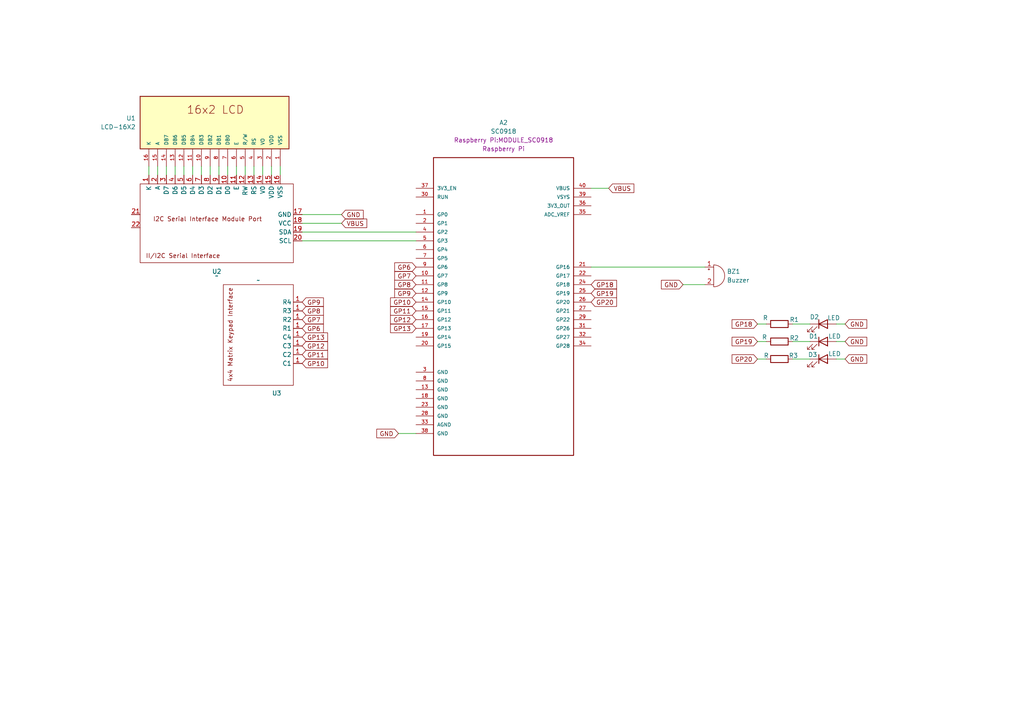
<source format=kicad_sch>
(kicad_sch
	(version 20250114)
	(generator "eeschema")
	(generator_version "9.0")
	(uuid "e3968317-906e-4c85-a987-07fad8170748")
	(paper "A4")
	(title_block
		(title "Morse Coder")
		(date "2025-05-13")
		(rev "v1")
		(company "Madalina Andronache")
	)
	(lib_symbols
		(symbol "Device:Buzzer"
			(pin_names
				(offset 0.0254)
				(hide yes)
			)
			(exclude_from_sim no)
			(in_bom yes)
			(on_board yes)
			(property "Reference" "BZ"
				(at 3.81 1.27 0)
				(effects
					(font
						(size 1.27 1.27)
					)
					(justify left)
				)
			)
			(property "Value" "Buzzer"
				(at 3.81 -1.27 0)
				(effects
					(font
						(size 1.27 1.27)
					)
					(justify left)
				)
			)
			(property "Footprint" ""
				(at -0.635 2.54 90)
				(effects
					(font
						(size 1.27 1.27)
					)
					(hide yes)
				)
			)
			(property "Datasheet" "~"
				(at -0.635 2.54 90)
				(effects
					(font
						(size 1.27 1.27)
					)
					(hide yes)
				)
			)
			(property "Description" "Buzzer, polarized"
				(at 0 0 0)
				(effects
					(font
						(size 1.27 1.27)
					)
					(hide yes)
				)
			)
			(property "ki_keywords" "quartz resonator ceramic"
				(at 0 0 0)
				(effects
					(font
						(size 1.27 1.27)
					)
					(hide yes)
				)
			)
			(property "ki_fp_filters" "*Buzzer*"
				(at 0 0 0)
				(effects
					(font
						(size 1.27 1.27)
					)
					(hide yes)
				)
			)
			(symbol "Buzzer_0_1"
				(polyline
					(pts
						(xy -1.651 1.905) (xy -1.143 1.905)
					)
					(stroke
						(width 0)
						(type default)
					)
					(fill
						(type none)
					)
				)
				(polyline
					(pts
						(xy -1.397 2.159) (xy -1.397 1.651)
					)
					(stroke
						(width 0)
						(type default)
					)
					(fill
						(type none)
					)
				)
				(arc
					(start 0 3.175)
					(mid 3.1612 0)
					(end 0 -3.175)
					(stroke
						(width 0)
						(type default)
					)
					(fill
						(type none)
					)
				)
				(polyline
					(pts
						(xy 0 3.175) (xy 0 -3.175)
					)
					(stroke
						(width 0)
						(type default)
					)
					(fill
						(type none)
					)
				)
			)
			(symbol "Buzzer_1_1"
				(pin passive line
					(at -2.54 2.54 0)
					(length 2.54)
					(name "+"
						(effects
							(font
								(size 1.27 1.27)
							)
						)
					)
					(number "1"
						(effects
							(font
								(size 1.27 1.27)
							)
						)
					)
				)
				(pin passive line
					(at -2.54 -2.54 0)
					(length 2.54)
					(name "-"
						(effects
							(font
								(size 1.27 1.27)
							)
						)
					)
					(number "2"
						(effects
							(font
								(size 1.27 1.27)
							)
						)
					)
				)
			)
			(embedded_fonts no)
		)
		(symbol "Device:LED"
			(pin_numbers
				(hide yes)
			)
			(pin_names
				(offset 1.016)
				(hide yes)
			)
			(exclude_from_sim no)
			(in_bom yes)
			(on_board yes)
			(property "Reference" "D"
				(at 0 2.54 0)
				(effects
					(font
						(size 1.27 1.27)
					)
				)
			)
			(property "Value" "LED"
				(at 0 -2.54 0)
				(effects
					(font
						(size 1.27 1.27)
					)
				)
			)
			(property "Footprint" ""
				(at 0 0 0)
				(effects
					(font
						(size 1.27 1.27)
					)
					(hide yes)
				)
			)
			(property "Datasheet" "~"
				(at 0 0 0)
				(effects
					(font
						(size 1.27 1.27)
					)
					(hide yes)
				)
			)
			(property "Description" "Light emitting diode"
				(at 0 0 0)
				(effects
					(font
						(size 1.27 1.27)
					)
					(hide yes)
				)
			)
			(property "Sim.Pins" "1=K 2=A"
				(at 0 0 0)
				(effects
					(font
						(size 1.27 1.27)
					)
					(hide yes)
				)
			)
			(property "ki_keywords" "LED diode"
				(at 0 0 0)
				(effects
					(font
						(size 1.27 1.27)
					)
					(hide yes)
				)
			)
			(property "ki_fp_filters" "LED* LED_SMD:* LED_THT:*"
				(at 0 0 0)
				(effects
					(font
						(size 1.27 1.27)
					)
					(hide yes)
				)
			)
			(symbol "LED_0_1"
				(polyline
					(pts
						(xy -3.048 -0.762) (xy -4.572 -2.286) (xy -3.81 -2.286) (xy -4.572 -2.286) (xy -4.572 -1.524)
					)
					(stroke
						(width 0)
						(type default)
					)
					(fill
						(type none)
					)
				)
				(polyline
					(pts
						(xy -1.778 -0.762) (xy -3.302 -2.286) (xy -2.54 -2.286) (xy -3.302 -2.286) (xy -3.302 -1.524)
					)
					(stroke
						(width 0)
						(type default)
					)
					(fill
						(type none)
					)
				)
				(polyline
					(pts
						(xy -1.27 0) (xy 1.27 0)
					)
					(stroke
						(width 0)
						(type default)
					)
					(fill
						(type none)
					)
				)
				(polyline
					(pts
						(xy -1.27 -1.27) (xy -1.27 1.27)
					)
					(stroke
						(width 0.254)
						(type default)
					)
					(fill
						(type none)
					)
				)
				(polyline
					(pts
						(xy 1.27 -1.27) (xy 1.27 1.27) (xy -1.27 0) (xy 1.27 -1.27)
					)
					(stroke
						(width 0.254)
						(type default)
					)
					(fill
						(type none)
					)
				)
			)
			(symbol "LED_1_1"
				(pin passive line
					(at -3.81 0 0)
					(length 2.54)
					(name "K"
						(effects
							(font
								(size 1.27 1.27)
							)
						)
					)
					(number "1"
						(effects
							(font
								(size 1.27 1.27)
							)
						)
					)
				)
				(pin passive line
					(at 3.81 0 180)
					(length 2.54)
					(name "A"
						(effects
							(font
								(size 1.27 1.27)
							)
						)
					)
					(number "2"
						(effects
							(font
								(size 1.27 1.27)
							)
						)
					)
				)
			)
			(embedded_fonts no)
		)
		(symbol "Device:R"
			(pin_numbers
				(hide yes)
			)
			(pin_names
				(offset 0)
			)
			(exclude_from_sim no)
			(in_bom yes)
			(on_board yes)
			(property "Reference" "R"
				(at 2.032 0 90)
				(effects
					(font
						(size 1.27 1.27)
					)
				)
			)
			(property "Value" "R"
				(at 0 0 90)
				(effects
					(font
						(size 1.27 1.27)
					)
				)
			)
			(property "Footprint" ""
				(at -1.778 0 90)
				(effects
					(font
						(size 1.27 1.27)
					)
					(hide yes)
				)
			)
			(property "Datasheet" "~"
				(at 0 0 0)
				(effects
					(font
						(size 1.27 1.27)
					)
					(hide yes)
				)
			)
			(property "Description" "Resistor"
				(at 0 0 0)
				(effects
					(font
						(size 1.27 1.27)
					)
					(hide yes)
				)
			)
			(property "ki_keywords" "R res resistor"
				(at 0 0 0)
				(effects
					(font
						(size 1.27 1.27)
					)
					(hide yes)
				)
			)
			(property "ki_fp_filters" "R_*"
				(at 0 0 0)
				(effects
					(font
						(size 1.27 1.27)
					)
					(hide yes)
				)
			)
			(symbol "R_0_1"
				(rectangle
					(start -1.016 -2.54)
					(end 1.016 2.54)
					(stroke
						(width 0.254)
						(type default)
					)
					(fill
						(type none)
					)
				)
			)
			(symbol "R_1_1"
				(pin passive line
					(at 0 3.81 270)
					(length 1.27)
					(name "~"
						(effects
							(font
								(size 1.27 1.27)
							)
						)
					)
					(number "1"
						(effects
							(font
								(size 1.27 1.27)
							)
						)
					)
				)
				(pin passive line
					(at 0 -3.81 90)
					(length 1.27)
					(name "~"
						(effects
							(font
								(size 1.27 1.27)
							)
						)
					)
					(number "2"
						(effects
							(font
								(size 1.27 1.27)
							)
						)
					)
				)
			)
			(embedded_fonts no)
		)
		(symbol "LCD_1602:LCD-16X2"
			(pin_names
				(offset 1.016)
			)
			(exclude_from_sim no)
			(in_bom yes)
			(on_board yes)
			(property "Reference" "U"
				(at -7.62 23.368 0)
				(effects
					(font
						(size 1.27 1.27)
					)
					(justify left bottom)
				)
			)
			(property "Value" "LCD-16X2"
				(at -7.62 -22.86 0)
				(effects
					(font
						(size 1.27 1.27)
					)
					(justify left bottom)
				)
			)
			(property "Footprint" "LCD-16X2:MODULE_LCD-16X2"
				(at 0 0 0)
				(effects
					(font
						(size 1.27 1.27)
					)
					(justify bottom)
					(hide yes)
				)
			)
			(property "Datasheet" ""
				(at 0 0 0)
				(effects
					(font
						(size 1.27 1.27)
					)
					(hide yes)
				)
			)
			(property "Description" ""
				(at 0 0 0)
				(effects
					(font
						(size 1.27 1.27)
					)
					(hide yes)
				)
			)
			(property "MF" "Gravitech"
				(at 0 0 0)
				(effects
					(font
						(size 1.27 1.27)
					)
					(justify bottom)
					(hide yes)
				)
			)
			(property "MAXIMUM_PACKAGE_HEIGHT" "14 mm"
				(at 0 0 0)
				(effects
					(font
						(size 1.27 1.27)
					)
					(justify bottom)
					(hide yes)
				)
			)
			(property "Package" "None"
				(at 0 0 0)
				(effects
					(font
						(size 1.27 1.27)
					)
					(justify bottom)
					(hide yes)
				)
			)
			(property "Price" "None"
				(at 0 0 0)
				(effects
					(font
						(size 1.27 1.27)
					)
					(justify bottom)
					(hide yes)
				)
			)
			(property "Check_prices" "https://www.snapeda.com/parts/LCD-16X2/Gravitech/view-part/?ref=eda"
				(at 0 0 0)
				(effects
					(font
						(size 1.27 1.27)
					)
					(justify bottom)
					(hide yes)
				)
			)
			(property "STANDARD" "Manufacturer Recommendations"
				(at 0 0 0)
				(effects
					(font
						(size 1.27 1.27)
					)
					(justify bottom)
					(hide yes)
				)
			)
			(property "PARTREV" "N/A"
				(at 0 0 0)
				(effects
					(font
						(size 1.27 1.27)
					)
					(justify bottom)
					(hide yes)
				)
			)
			(property "SnapEDA_Link" "https://www.snapeda.com/parts/LCD-16X2/Gravitech/view-part/?ref=snap"
				(at 0 0 0)
				(effects
					(font
						(size 1.27 1.27)
					)
					(justify bottom)
					(hide yes)
				)
			)
			(property "MP" "LCD-16X2"
				(at 0 0 0)
				(effects
					(font
						(size 1.27 1.27)
					)
					(justify bottom)
					(hide yes)
				)
			)
			(property "Description_1" "Display Development Tools 16x2 Black on Green Char LCD w Backlight"
				(at 0 0 0)
				(effects
					(font
						(size 1.27 1.27)
					)
					(justify bottom)
					(hide yes)
				)
			)
			(property "Availability" "Not in stock"
				(at 0 0 0)
				(effects
					(font
						(size 1.27 1.27)
					)
					(justify bottom)
					(hide yes)
				)
			)
			(property "MANUFACTURER" "Gravitech"
				(at 0 0 0)
				(effects
					(font
						(size 1.27 1.27)
					)
					(justify bottom)
					(hide yes)
				)
			)
			(symbol "LCD-16X2_0_0"
				(rectangle
					(start -7.62 -20.32)
					(end 7.62 22.86)
					(stroke
						(width 0.254)
						(type default)
					)
					(fill
						(type background)
					)
				)
				(text "16x2 LCD"
					(at 5.08 -6.858 900)
					(effects
						(font
							(size 2.286 2.286)
						)
						(justify left bottom)
					)
				)
				(pin power_in line
					(at -12.7 20.32 0)
					(length 5.08)
					(name "VSS"
						(effects
							(font
								(size 1.016 1.016)
							)
						)
					)
					(number "1"
						(effects
							(font
								(size 1.016 1.016)
							)
						)
					)
				)
				(pin power_in line
					(at -12.7 17.78 0)
					(length 5.08)
					(name "VDD"
						(effects
							(font
								(size 1.016 1.016)
							)
						)
					)
					(number "2"
						(effects
							(font
								(size 1.016 1.016)
							)
						)
					)
				)
				(pin bidirectional line
					(at -12.7 15.24 0)
					(length 5.08)
					(name "VO"
						(effects
							(font
								(size 1.016 1.016)
							)
						)
					)
					(number "3"
						(effects
							(font
								(size 1.016 1.016)
							)
						)
					)
				)
				(pin input line
					(at -12.7 12.7 0)
					(length 5.08)
					(name "RS"
						(effects
							(font
								(size 1.016 1.016)
							)
						)
					)
					(number "4"
						(effects
							(font
								(size 1.016 1.016)
							)
						)
					)
				)
				(pin input line
					(at -12.7 10.16 0)
					(length 5.08)
					(name "R/W"
						(effects
							(font
								(size 1.016 1.016)
							)
						)
					)
					(number "5"
						(effects
							(font
								(size 1.016 1.016)
							)
						)
					)
				)
				(pin input line
					(at -12.7 7.62 0)
					(length 5.08)
					(name "E"
						(effects
							(font
								(size 1.016 1.016)
							)
						)
					)
					(number "6"
						(effects
							(font
								(size 1.016 1.016)
							)
						)
					)
				)
				(pin bidirectional line
					(at -12.7 5.08 0)
					(length 5.08)
					(name "DB0"
						(effects
							(font
								(size 1.016 1.016)
							)
						)
					)
					(number "7"
						(effects
							(font
								(size 1.016 1.016)
							)
						)
					)
				)
				(pin bidirectional line
					(at -12.7 2.54 0)
					(length 5.08)
					(name "DB1"
						(effects
							(font
								(size 1.016 1.016)
							)
						)
					)
					(number "8"
						(effects
							(font
								(size 1.016 1.016)
							)
						)
					)
				)
				(pin bidirectional line
					(at -12.7 0 0)
					(length 5.08)
					(name "DB2"
						(effects
							(font
								(size 1.016 1.016)
							)
						)
					)
					(number "9"
						(effects
							(font
								(size 1.016 1.016)
							)
						)
					)
				)
				(pin bidirectional line
					(at -12.7 -2.54 0)
					(length 5.08)
					(name "DB3"
						(effects
							(font
								(size 1.016 1.016)
							)
						)
					)
					(number "10"
						(effects
							(font
								(size 1.016 1.016)
							)
						)
					)
				)
				(pin bidirectional line
					(at -12.7 -5.08 0)
					(length 5.08)
					(name "DB4"
						(effects
							(font
								(size 1.016 1.016)
							)
						)
					)
					(number "11"
						(effects
							(font
								(size 1.016 1.016)
							)
						)
					)
				)
				(pin bidirectional line
					(at -12.7 -7.62 0)
					(length 5.08)
					(name "DB5"
						(effects
							(font
								(size 1.016 1.016)
							)
						)
					)
					(number "12"
						(effects
							(font
								(size 1.016 1.016)
							)
						)
					)
				)
				(pin bidirectional line
					(at -12.7 -10.16 0)
					(length 5.08)
					(name "DB6"
						(effects
							(font
								(size 1.016 1.016)
							)
						)
					)
					(number "13"
						(effects
							(font
								(size 1.016 1.016)
							)
						)
					)
				)
				(pin bidirectional line
					(at -12.7 -12.7 0)
					(length 5.08)
					(name "DB7"
						(effects
							(font
								(size 1.016 1.016)
							)
						)
					)
					(number "14"
						(effects
							(font
								(size 1.016 1.016)
							)
						)
					)
				)
				(pin power_in line
					(at -12.7 -15.24 0)
					(length 5.08)
					(name "A"
						(effects
							(font
								(size 1.016 1.016)
							)
						)
					)
					(number "15"
						(effects
							(font
								(size 1.016 1.016)
							)
						)
					)
				)
				(pin power_in line
					(at -12.7 -17.78 0)
					(length 5.08)
					(name "K"
						(effects
							(font
								(size 1.016 1.016)
							)
						)
					)
					(number "16"
						(effects
							(font
								(size 1.016 1.016)
							)
						)
					)
				)
			)
			(embedded_fonts no)
		)
		(symbol "Pico_W:I2C_Module"
			(exclude_from_sim no)
			(in_bom yes)
			(on_board yes)
			(property "Reference" "U4"
				(at 9.906 -23.622 0)
				(effects
					(font
						(size 1.27 1.27)
					)
				)
			)
			(property "Value" ""
				(at 0 0 0)
				(effects
					(font
						(size 1.27 1.27)
					)
				)
			)
			(property "Footprint" ""
				(at 0 0 0)
				(effects
					(font
						(size 1.27 1.27)
					)
					(hide yes)
				)
			)
			(property "Datasheet" ""
				(at 0 0 0)
				(effects
					(font
						(size 1.27 1.27)
					)
					(hide yes)
				)
			)
			(property "Description" ""
				(at 0 0 0)
				(effects
					(font
						(size 1.27 1.27)
					)
					(hide yes)
				)
			)
			(symbol "I2C_Module_0_1"
				(rectangle
					(start -10.16 22.86)
					(end 12.7 -21.59)
					(stroke
						(width 0)
						(type default)
					)
					(fill
						(type none)
					)
				)
			)
			(symbol "I2C_Module_1_1"
				(text "I2C Serial Interface Module Port\n"
					(at 0 -2.032 900)
					(effects
						(font
							(size 1.27 1.27)
						)
					)
				)
				(text "II/I2C Serial Interface"
					(at 10.668 -9.144 900)
					(effects
						(font
							(size 1.27 1.27)
						)
					)
				)
				(pin power_in line
					(at -12.7 19.05 0)
					(length 2.54)
					(name "VSS"
						(effects
							(font
								(size 1.27 1.27)
							)
						)
					)
					(number "16"
						(effects
							(font
								(size 1.27 1.27)
							)
						)
					)
				)
				(pin power_in line
					(at -12.7 16.51 0)
					(length 2.54)
					(name "VDD"
						(effects
							(font
								(size 1.27 1.27)
							)
						)
					)
					(number "15"
						(effects
							(font
								(size 1.27 1.27)
							)
						)
					)
				)
				(pin passive line
					(at -12.7 13.97 0)
					(length 2.54)
					(name "V0"
						(effects
							(font
								(size 1.27 1.27)
							)
						)
					)
					(number "14"
						(effects
							(font
								(size 1.27 1.27)
							)
						)
					)
				)
				(pin input line
					(at -12.7 11.43 0)
					(length 2.54)
					(name "RS"
						(effects
							(font
								(size 1.27 1.27)
							)
						)
					)
					(number "13"
						(effects
							(font
								(size 1.27 1.27)
							)
						)
					)
				)
				(pin input line
					(at -12.7 8.89 0)
					(length 2.54)
					(name "RW"
						(effects
							(font
								(size 1.27 1.27)
							)
						)
					)
					(number "12"
						(effects
							(font
								(size 1.27 1.27)
							)
						)
					)
				)
				(pin input line
					(at -12.7 6.35 0)
					(length 2.54)
					(name "E"
						(effects
							(font
								(size 1.27 1.27)
							)
						)
					)
					(number "11"
						(effects
							(font
								(size 1.27 1.27)
							)
						)
					)
				)
				(pin input line
					(at -12.7 3.81 0)
					(length 2.54)
					(name "D0"
						(effects
							(font
								(size 1.27 1.27)
							)
						)
					)
					(number "10"
						(effects
							(font
								(size 1.27 1.27)
							)
						)
					)
				)
				(pin input line
					(at -12.7 1.27 0)
					(length 2.54)
					(name "D1"
						(effects
							(font
								(size 1.27 1.27)
							)
						)
					)
					(number "9"
						(effects
							(font
								(size 1.27 1.27)
							)
						)
					)
				)
				(pin input line
					(at -12.7 -1.27 0)
					(length 2.54)
					(name "D2"
						(effects
							(font
								(size 1.27 1.27)
							)
						)
					)
					(number "8"
						(effects
							(font
								(size 1.27 1.27)
							)
						)
					)
				)
				(pin input line
					(at -12.7 -3.81 0)
					(length 2.54)
					(name "D3"
						(effects
							(font
								(size 1.27 1.27)
							)
						)
					)
					(number "7"
						(effects
							(font
								(size 1.27 1.27)
							)
						)
					)
				)
				(pin input line
					(at -12.7 -6.35 0)
					(length 2.54)
					(name "D4"
						(effects
							(font
								(size 1.27 1.27)
							)
						)
					)
					(number "6"
						(effects
							(font
								(size 1.27 1.27)
							)
						)
					)
				)
				(pin input line
					(at -12.7 -8.89 0)
					(length 2.54)
					(name "D5"
						(effects
							(font
								(size 1.27 1.27)
							)
						)
					)
					(number "5"
						(effects
							(font
								(size 1.27 1.27)
							)
						)
					)
				)
				(pin input line
					(at -12.7 -11.43 0)
					(length 2.54)
					(name "D6"
						(effects
							(font
								(size 1.27 1.27)
							)
						)
					)
					(number "4"
						(effects
							(font
								(size 1.27 1.27)
							)
						)
					)
				)
				(pin input line
					(at -12.7 -13.97 0)
					(length 2.54)
					(name "D7"
						(effects
							(font
								(size 1.27 1.27)
							)
						)
					)
					(number "3"
						(effects
							(font
								(size 1.27 1.27)
							)
						)
					)
				)
				(pin power_in line
					(at -12.7 -16.51 0)
					(length 2.54)
					(name "A"
						(effects
							(font
								(size 1.27 1.27)
							)
						)
					)
					(number "2"
						(effects
							(font
								(size 1.27 1.27)
							)
						)
					)
				)
				(pin power_in line
					(at -12.7 -19.05 0)
					(length 2.54)
					(name "K"
						(effects
							(font
								(size 1.27 1.27)
							)
						)
					)
					(number "1"
						(effects
							(font
								(size 1.27 1.27)
							)
						)
					)
				)
				(pin power_in line
					(at -1.27 25.4 270)
					(length 2.54)
					(name "GND"
						(effects
							(font
								(size 1.27 1.27)
							)
						)
					)
					(number "17"
						(effects
							(font
								(size 1.27 1.27)
							)
						)
					)
				)
				(pin input line
					(at -1.27 -24.13 90)
					(length 2.54)
					(name ""
						(effects
							(font
								(size 1.27 1.27)
							)
						)
					)
					(number "21"
						(effects
							(font
								(size 1.27 1.27)
							)
						)
					)
				)
				(pin power_in line
					(at 1.27 25.4 270)
					(length 2.54)
					(name "VCC"
						(effects
							(font
								(size 1.27 1.27)
							)
						)
					)
					(number "18"
						(effects
							(font
								(size 1.27 1.27)
							)
						)
					)
				)
				(pin input line
					(at 2.54 -24.13 90)
					(length 2.54)
					(name ""
						(effects
							(font
								(size 1.27 1.27)
							)
						)
					)
					(number "22"
						(effects
							(font
								(size 1.27 1.27)
							)
						)
					)
				)
				(pin bidirectional line
					(at 3.81 25.4 270)
					(length 2.54)
					(name "SDA"
						(effects
							(font
								(size 1.27 1.27)
							)
						)
					)
					(number "19"
						(effects
							(font
								(size 1.27 1.27)
							)
						)
					)
				)
				(pin bidirectional line
					(at 6.35 25.4 270)
					(length 2.54)
					(name "SCL"
						(effects
							(font
								(size 1.27 1.27)
							)
						)
					)
					(number "20"
						(effects
							(font
								(size 1.27 1.27)
							)
						)
					)
				)
			)
			(embedded_fonts no)
		)
		(symbol "Pico_W:Keypad_4x4"
			(exclude_from_sim no)
			(in_bom yes)
			(on_board yes)
			(property "Reference" "U"
				(at 4.064 -10.668 0)
				(effects
					(font
						(size 1.27 1.27)
					)
				)
			)
			(property "Value" ""
				(at 0 0 0)
				(effects
					(font
						(size 1.27 1.27)
					)
				)
			)
			(property "Footprint" ""
				(at 0 0 0)
				(effects
					(font
						(size 1.27 1.27)
					)
					(hide yes)
				)
			)
			(property "Datasheet" ""
				(at 0 0 0)
				(effects
					(font
						(size 1.27 1.27)
					)
					(hide yes)
				)
			)
			(property "Description" ""
				(at 0 0 0)
				(effects
					(font
						(size 1.27 1.27)
					)
					(hide yes)
				)
			)
			(symbol "Keypad_4x4_0_1"
				(rectangle
					(start -15.24 20.32)
					(end 5.08 -8.89)
					(stroke
						(width 0)
						(type default)
					)
					(fill
						(type none)
					)
				)
			)
			(symbol "Keypad_4x4_1_1"
				(text "4x4 Matrix Keypad Interface"
					(at -13.208 5.842 900)
					(effects
						(font
							(size 1.27 1.27)
						)
					)
				)
				(pin input line
					(at 7.62 15.24 180)
					(length 2.54)
					(name "R4"
						(effects
							(font
								(size 1.27 1.27)
							)
						)
					)
					(number "1"
						(effects
							(font
								(size 1.27 1.27)
							)
						)
					)
				)
				(pin input line
					(at 7.62 12.7 180)
					(length 2.54)
					(name "R3"
						(effects
							(font
								(size 1.27 1.27)
							)
						)
					)
					(number "1"
						(effects
							(font
								(size 1.27 1.27)
							)
						)
					)
				)
				(pin input line
					(at 7.62 10.16 180)
					(length 2.54)
					(name "R2"
						(effects
							(font
								(size 1.27 1.27)
							)
						)
					)
					(number "1"
						(effects
							(font
								(size 1.27 1.27)
							)
						)
					)
				)
				(pin input line
					(at 7.62 7.62 180)
					(length 2.54)
					(name "R1"
						(effects
							(font
								(size 1.27 1.27)
							)
						)
					)
					(number "1"
						(effects
							(font
								(size 1.27 1.27)
							)
						)
					)
				)
				(pin input line
					(at 7.62 5.08 180)
					(length 2.54)
					(name "C4"
						(effects
							(font
								(size 1.27 1.27)
							)
						)
					)
					(number "1"
						(effects
							(font
								(size 1.27 1.27)
							)
						)
					)
				)
				(pin input line
					(at 7.62 2.54 180)
					(length 2.54)
					(name "C3"
						(effects
							(font
								(size 1.27 1.27)
							)
						)
					)
					(number "1"
						(effects
							(font
								(size 1.27 1.27)
							)
						)
					)
				)
				(pin input line
					(at 7.62 0 180)
					(length 2.54)
					(name "C2"
						(effects
							(font
								(size 1.27 1.27)
							)
						)
					)
					(number "1"
						(effects
							(font
								(size 1.27 1.27)
							)
						)
					)
				)
				(pin input line
					(at 7.62 -2.54 180)
					(length 2.54)
					(name "C1"
						(effects
							(font
								(size 1.27 1.27)
							)
						)
					)
					(number "1"
						(effects
							(font
								(size 1.27 1.27)
							)
						)
					)
				)
			)
			(embedded_fonts no)
		)
		(symbol "Pico_W:SC0918"
			(pin_names
				(offset 1.016)
			)
			(exclude_from_sim no)
			(in_bom yes)
			(on_board yes)
			(property "Reference" "A1"
				(at 0 58.42 0)
				(effects
					(font
						(size 1.27 1.27)
					)
				)
			)
			(property "Value" "SC0918"
				(at 0 55.88 0)
				(effects
					(font
						(size 1.27 1.27)
					)
				)
			)
			(property "Footprint" "Raspberry Pi:MODULE_SC0918"
				(at -12.7 -46.99 0)
				(effects
					(font
						(size 1.27 1.27)
					)
					(justify bottom)
				)
			)
			(property "Datasheet" "https://datasheets.raspberrypi.com/picow/pico-w-datasheet.pdf"
				(at -26.67 -49.53 0)
				(effects
					(font
						(size 1.27 1.27)
					)
					(justify left bottom)
					(hide yes)
				)
			)
			(property "Description" ""
				(at 0 0 0)
				(effects
					(font
						(size 1.27 1.27)
					)
					(hide yes)
				)
			)
			(property "manufacturer" "Raspberry Pi"
				(at 0 53.34 0)
				(effects
					(font
						(size 1.27 1.27)
					)
				)
			)
			(property "P/N" "SC0918"
				(at 0 50.8 0)
				(effects
					(font
						(size 1.27 1.27)
					)
					(hide yes)
				)
			)
			(property "PARTREV" "1.6"
				(at 0 48.26 0)
				(effects
					(font
						(size 1.27 1.27)
					)
					(hide yes)
				)
			)
			(property "MAXIMUM_PACKAGE_HEIGHT" "3.73mm"
				(at 0 45.72 0)
				(effects
					(font
						(size 1.27 1.27)
					)
					(hide yes)
				)
			)
			(symbol "SC0918_0_0"
				(rectangle
					(start -20.32 -43.18)
					(end 20.32 43.18)
					(stroke
						(width 0.254)
						(type default)
					)
					(fill
						(type none)
					)
				)
				(pin input line
					(at -25.4 34.29 0)
					(length 5.08)
					(name "3V3_EN"
						(effects
							(font
								(size 1.016 1.016)
							)
						)
					)
					(number "37"
						(effects
							(font
								(size 1.016 1.016)
							)
						)
					)
				)
				(pin input line
					(at -25.4 31.75 0)
					(length 5.08)
					(name "RUN"
						(effects
							(font
								(size 1.016 1.016)
							)
						)
					)
					(number "30"
						(effects
							(font
								(size 1.016 1.016)
							)
						)
					)
				)
				(pin bidirectional line
					(at -25.4 26.67 0)
					(length 5.08)
					(name "GP0"
						(effects
							(font
								(size 1.016 1.016)
							)
						)
					)
					(number "1"
						(effects
							(font
								(size 1.016 1.016)
							)
						)
					)
				)
				(pin bidirectional line
					(at -25.4 24.13 0)
					(length 5.08)
					(name "GP1"
						(effects
							(font
								(size 1.016 1.016)
							)
						)
					)
					(number "2"
						(effects
							(font
								(size 1.016 1.016)
							)
						)
					)
				)
				(pin bidirectional line
					(at -25.4 21.59 0)
					(length 5.08)
					(name "GP2"
						(effects
							(font
								(size 1.016 1.016)
							)
						)
					)
					(number "4"
						(effects
							(font
								(size 1.016 1.016)
							)
						)
					)
				)
				(pin bidirectional line
					(at -25.4 19.05 0)
					(length 5.08)
					(name "GP3"
						(effects
							(font
								(size 1.016 1.016)
							)
						)
					)
					(number "5"
						(effects
							(font
								(size 1.016 1.016)
							)
						)
					)
				)
				(pin bidirectional line
					(at -25.4 16.51 0)
					(length 5.08)
					(name "GP4"
						(effects
							(font
								(size 1.016 1.016)
							)
						)
					)
					(number "6"
						(effects
							(font
								(size 1.016 1.016)
							)
						)
					)
				)
				(pin bidirectional line
					(at -25.4 13.97 0)
					(length 5.08)
					(name "GP5"
						(effects
							(font
								(size 1.016 1.016)
							)
						)
					)
					(number "7"
						(effects
							(font
								(size 1.016 1.016)
							)
						)
					)
				)
				(pin bidirectional line
					(at -25.4 11.43 0)
					(length 5.08)
					(name "GP6"
						(effects
							(font
								(size 1.016 1.016)
							)
						)
					)
					(number "9"
						(effects
							(font
								(size 1.016 1.016)
							)
						)
					)
				)
				(pin bidirectional line
					(at -25.4 8.89 0)
					(length 5.08)
					(name "GP7"
						(effects
							(font
								(size 1.016 1.016)
							)
						)
					)
					(number "10"
						(effects
							(font
								(size 1.016 1.016)
							)
						)
					)
				)
				(pin bidirectional line
					(at -25.4 6.35 0)
					(length 5.08)
					(name "GP8"
						(effects
							(font
								(size 1.016 1.016)
							)
						)
					)
					(number "11"
						(effects
							(font
								(size 1.016 1.016)
							)
						)
					)
				)
				(pin bidirectional line
					(at -25.4 3.81 0)
					(length 5.08)
					(name "GP9"
						(effects
							(font
								(size 1.016 1.016)
							)
						)
					)
					(number "12"
						(effects
							(font
								(size 1.016 1.016)
							)
						)
					)
				)
				(pin bidirectional line
					(at -25.4 1.27 0)
					(length 5.08)
					(name "GP10"
						(effects
							(font
								(size 1.016 1.016)
							)
						)
					)
					(number "14"
						(effects
							(font
								(size 1.016 1.016)
							)
						)
					)
				)
				(pin bidirectional line
					(at -25.4 -1.27 0)
					(length 5.08)
					(name "GP11"
						(effects
							(font
								(size 1.016 1.016)
							)
						)
					)
					(number "15"
						(effects
							(font
								(size 1.016 1.016)
							)
						)
					)
				)
				(pin bidirectional line
					(at -25.4 -3.81 0)
					(length 5.08)
					(name "GP12"
						(effects
							(font
								(size 1.016 1.016)
							)
						)
					)
					(number "16"
						(effects
							(font
								(size 1.016 1.016)
							)
						)
					)
				)
				(pin bidirectional line
					(at -25.4 -6.35 0)
					(length 5.08)
					(name "GP13"
						(effects
							(font
								(size 1.016 1.016)
							)
						)
					)
					(number "17"
						(effects
							(font
								(size 1.016 1.016)
							)
						)
					)
				)
				(pin bidirectional line
					(at -25.4 -8.89 0)
					(length 5.08)
					(name "GP14"
						(effects
							(font
								(size 1.016 1.016)
							)
						)
					)
					(number "19"
						(effects
							(font
								(size 1.016 1.016)
							)
						)
					)
				)
				(pin bidirectional line
					(at -25.4 -11.43 0)
					(length 5.08)
					(name "GP15"
						(effects
							(font
								(size 1.016 1.016)
							)
						)
					)
					(number "20"
						(effects
							(font
								(size 1.016 1.016)
							)
						)
					)
				)
				(pin power_in line
					(at -25.4 -19.05 0)
					(length 5.08)
					(name "GND"
						(effects
							(font
								(size 1.016 1.016)
							)
						)
					)
					(number "3"
						(effects
							(font
								(size 1.016 1.016)
							)
						)
					)
				)
				(pin power_in line
					(at -25.4 -21.59 0)
					(length 5.08)
					(name "GND"
						(effects
							(font
								(size 1.016 1.016)
							)
						)
					)
					(number "8"
						(effects
							(font
								(size 1.016 1.016)
							)
						)
					)
				)
				(pin power_in line
					(at -25.4 -24.13 0)
					(length 5.08)
					(name "GND"
						(effects
							(font
								(size 1.016 1.016)
							)
						)
					)
					(number "13"
						(effects
							(font
								(size 1.016 1.016)
							)
						)
					)
				)
				(pin power_in line
					(at -25.4 -26.67 0)
					(length 5.08)
					(name "GND"
						(effects
							(font
								(size 1.016 1.016)
							)
						)
					)
					(number "18"
						(effects
							(font
								(size 1.016 1.016)
							)
						)
					)
				)
				(pin power_in line
					(at -25.4 -29.21 0)
					(length 5.08)
					(name "GND"
						(effects
							(font
								(size 1.016 1.016)
							)
						)
					)
					(number "23"
						(effects
							(font
								(size 1.016 1.016)
							)
						)
					)
				)
				(pin power_in line
					(at -25.4 -31.75 0)
					(length 5.08)
					(name "GND"
						(effects
							(font
								(size 1.016 1.016)
							)
						)
					)
					(number "28"
						(effects
							(font
								(size 1.016 1.016)
							)
						)
					)
				)
				(pin power_in line
					(at -25.4 -34.29 0)
					(length 5.08)
					(name "AGND"
						(effects
							(font
								(size 1.016 1.016)
							)
						)
					)
					(number "33"
						(effects
							(font
								(size 1.016 1.016)
							)
						)
					)
				)
				(pin power_in line
					(at -25.4 -36.83 0)
					(length 5.08)
					(name "GND"
						(effects
							(font
								(size 1.016 1.016)
							)
						)
					)
					(number "38"
						(effects
							(font
								(size 1.016 1.016)
							)
						)
					)
				)
				(pin free line
					(at 25.4 34.29 180)
					(length 5.08)
					(name "VBUS"
						(effects
							(font
								(size 1.016 1.016)
							)
						)
					)
					(number "40"
						(effects
							(font
								(size 1.016 1.016)
							)
						)
					)
				)
				(pin free line
					(at 25.4 31.75 180)
					(length 5.08)
					(name "VSYS"
						(effects
							(font
								(size 1.016 1.016)
							)
						)
					)
					(number "39"
						(effects
							(font
								(size 1.016 1.016)
							)
						)
					)
				)
				(pin power_in line
					(at 25.4 29.21 180)
					(length 5.08)
					(name "3V3_OUT"
						(effects
							(font
								(size 1.016 1.016)
							)
						)
					)
					(number "36"
						(effects
							(font
								(size 1.016 1.016)
							)
						)
					)
				)
				(pin power_in line
					(at 25.4 26.67 180)
					(length 5.08)
					(name "ADC_VREF"
						(effects
							(font
								(size 1.016 1.016)
							)
						)
					)
					(number "35"
						(effects
							(font
								(size 1.016 1.016)
							)
						)
					)
				)
				(pin bidirectional line
					(at 25.4 11.43 180)
					(length 5.08)
					(name "GP16"
						(effects
							(font
								(size 1.016 1.016)
							)
						)
					)
					(number "21"
						(effects
							(font
								(size 1.016 1.016)
							)
						)
					)
				)
				(pin bidirectional line
					(at 25.4 8.89 180)
					(length 5.08)
					(name "GP17"
						(effects
							(font
								(size 1.016 1.016)
							)
						)
					)
					(number "22"
						(effects
							(font
								(size 1.016 1.016)
							)
						)
					)
				)
				(pin bidirectional line
					(at 25.4 6.35 180)
					(length 5.08)
					(name "GP18"
						(effects
							(font
								(size 1.016 1.016)
							)
						)
					)
					(number "24"
						(effects
							(font
								(size 1.016 1.016)
							)
						)
					)
				)
				(pin bidirectional line
					(at 25.4 3.81 180)
					(length 5.08)
					(name "GP19"
						(effects
							(font
								(size 1.016 1.016)
							)
						)
					)
					(number "25"
						(effects
							(font
								(size 1.016 1.016)
							)
						)
					)
				)
				(pin bidirectional line
					(at 25.4 1.27 180)
					(length 5.08)
					(name "GP20"
						(effects
							(font
								(size 1.016 1.016)
							)
						)
					)
					(number "26"
						(effects
							(font
								(size 1.016 1.016)
							)
						)
					)
				)
				(pin bidirectional line
					(at 25.4 -1.27 180)
					(length 5.08)
					(name "GP21"
						(effects
							(font
								(size 1.016 1.016)
							)
						)
					)
					(number "27"
						(effects
							(font
								(size 1.016 1.016)
							)
						)
					)
				)
				(pin bidirectional line
					(at 25.4 -3.81 180)
					(length 5.08)
					(name "GP22"
						(effects
							(font
								(size 1.016 1.016)
							)
						)
					)
					(number "29"
						(effects
							(font
								(size 1.016 1.016)
							)
						)
					)
				)
				(pin bidirectional line
					(at 25.4 -6.35 180)
					(length 5.08)
					(name "GP26"
						(effects
							(font
								(size 1.016 1.016)
							)
						)
					)
					(number "31"
						(effects
							(font
								(size 1.016 1.016)
							)
						)
					)
				)
				(pin bidirectional line
					(at 25.4 -8.89 180)
					(length 5.08)
					(name "GP27"
						(effects
							(font
								(size 1.016 1.016)
							)
						)
					)
					(number "32"
						(effects
							(font
								(size 1.016 1.016)
							)
						)
					)
				)
				(pin bidirectional line
					(at 25.4 -11.43 180)
					(length 5.08)
					(name "GP28"
						(effects
							(font
								(size 1.016 1.016)
							)
						)
					)
					(number "34"
						(effects
							(font
								(size 1.016 1.016)
							)
						)
					)
				)
			)
			(embedded_fonts no)
		)
	)
	(wire
		(pts
			(xy 229.87 99.06) (xy 234.95 99.06)
		)
		(stroke
			(width 0)
			(type default)
		)
		(uuid "05d79686-6ae9-496b-a9ae-5a5be3252bbf")
	)
	(wire
		(pts
			(xy 81.28 48.26) (xy 81.28 50.8)
		)
		(stroke
			(width 0)
			(type default)
		)
		(uuid "08d84b14-85a4-43fb-ab1c-4aeb83a14a9f")
	)
	(wire
		(pts
			(xy 242.57 99.06) (xy 245.11 99.06)
		)
		(stroke
			(width 0)
			(type default)
		)
		(uuid "17b31bbd-de25-45bc-9b92-8eb9174c2168")
	)
	(wire
		(pts
			(xy 219.71 99.06) (xy 222.25 99.06)
		)
		(stroke
			(width 0)
			(type default)
		)
		(uuid "1b2cf5d3-f092-42eb-b51a-2575938eb0e8")
	)
	(wire
		(pts
			(xy 219.71 93.98) (xy 222.25 93.98)
		)
		(stroke
			(width 0)
			(type default)
		)
		(uuid "2c822721-dccf-4731-b404-d6e8b8d6f72f")
	)
	(wire
		(pts
			(xy 53.34 48.26) (xy 53.34 50.8)
		)
		(stroke
			(width 0)
			(type default)
		)
		(uuid "32179f3b-3cb1-4c11-b52a-7584d76b0352")
	)
	(wire
		(pts
			(xy 66.04 48.26) (xy 66.04 50.8)
		)
		(stroke
			(width 0)
			(type default)
		)
		(uuid "341db3fd-0f7e-403d-b193-f23cbfcf4209")
	)
	(wire
		(pts
			(xy 222.25 104.14) (xy 219.71 104.14)
		)
		(stroke
			(width 0)
			(type default)
		)
		(uuid "365944e2-845d-4d65-933e-16397b3cb0bd")
	)
	(wire
		(pts
			(xy 229.87 93.98) (xy 234.95 93.98)
		)
		(stroke
			(width 0)
			(type default)
		)
		(uuid "3c1b5de9-36ba-4f3f-9f6b-bbf1aad8403e")
	)
	(wire
		(pts
			(xy 171.45 77.47) (xy 204.47 77.47)
		)
		(stroke
			(width 0)
			(type default)
		)
		(uuid "40f23230-8efe-4fe3-b4bf-5daaf3b32686")
	)
	(wire
		(pts
			(xy 242.57 93.98) (xy 245.11 93.98)
		)
		(stroke
			(width 0)
			(type default)
		)
		(uuid "4b1ff76e-9941-46a0-b3df-478eea6ed4b3")
	)
	(wire
		(pts
			(xy 48.26 48.26) (xy 48.26 50.8)
		)
		(stroke
			(width 0)
			(type default)
		)
		(uuid "53061705-0178-4da3-a5be-60a0d8c8a77c")
	)
	(wire
		(pts
			(xy 71.12 48.26) (xy 71.12 50.8)
		)
		(stroke
			(width 0)
			(type default)
		)
		(uuid "7e772274-7a75-47a9-876e-d43123ed7880")
	)
	(wire
		(pts
			(xy 76.2 48.26) (xy 76.2 50.8)
		)
		(stroke
			(width 0)
			(type default)
		)
		(uuid "80446d9c-64b8-404a-bd6f-b46c5434e94e")
	)
	(wire
		(pts
			(xy 198.12 82.55) (xy 204.47 82.55)
		)
		(stroke
			(width 0)
			(type default)
		)
		(uuid "84ed3ba0-ebda-4bfe-a08a-7adf51fa522a")
	)
	(wire
		(pts
			(xy 55.88 48.26) (xy 55.88 50.8)
		)
		(stroke
			(width 0)
			(type default)
		)
		(uuid "87cc94cd-bdd5-49e2-9e8d-3c99aa640e8f")
	)
	(wire
		(pts
			(xy 78.74 48.26) (xy 78.74 50.8)
		)
		(stroke
			(width 0)
			(type default)
		)
		(uuid "94d4e14a-18ee-42aa-8860-2df30217608d")
	)
	(wire
		(pts
			(xy 87.63 67.31) (xy 120.65 67.31)
		)
		(stroke
			(width 0)
			(type default)
		)
		(uuid "b4c2af30-8e48-4dd8-8501-ccc86b487fba")
	)
	(wire
		(pts
			(xy 115.57 125.73) (xy 120.65 125.73)
		)
		(stroke
			(width 0)
			(type default)
		)
		(uuid "bbfaed5a-b27c-4181-af8e-e64d5756252a")
	)
	(wire
		(pts
			(xy 50.8 48.26) (xy 50.8 50.8)
		)
		(stroke
			(width 0)
			(type default)
		)
		(uuid "be26edf2-66b4-4769-9668-66668b2f66e8")
	)
	(wire
		(pts
			(xy 45.72 48.26) (xy 45.72 50.8)
		)
		(stroke
			(width 0)
			(type default)
		)
		(uuid "bfaceb9c-4966-4e73-acfc-690cd1c20459")
	)
	(wire
		(pts
			(xy 242.57 104.14) (xy 245.11 104.14)
		)
		(stroke
			(width 0)
			(type default)
		)
		(uuid "c2b9baa8-b8ff-4af3-90ad-f6417eaef9e8")
	)
	(wire
		(pts
			(xy 60.96 48.26) (xy 60.96 50.8)
		)
		(stroke
			(width 0)
			(type default)
		)
		(uuid "c6ae897f-b8d2-46c2-b806-e70faa9b1afc")
	)
	(wire
		(pts
			(xy 87.63 62.23) (xy 99.06 62.23)
		)
		(stroke
			(width 0)
			(type default)
		)
		(uuid "c6f5ef95-8866-4933-815c-74c66a454b15")
	)
	(wire
		(pts
			(xy 171.45 54.61) (xy 176.53 54.61)
		)
		(stroke
			(width 0)
			(type default)
		)
		(uuid "c9e233cd-c8ba-47ce-ab87-401720b4c298")
	)
	(wire
		(pts
			(xy 87.63 64.77) (xy 99.06 64.77)
		)
		(stroke
			(width 0)
			(type default)
		)
		(uuid "d5bfb27a-e376-4523-bfe3-7f36990f86da")
	)
	(wire
		(pts
			(xy 68.58 48.26) (xy 68.58 50.8)
		)
		(stroke
			(width 0)
			(type default)
		)
		(uuid "d6416e8a-7a1a-4256-a422-41edfa90bc6c")
	)
	(wire
		(pts
			(xy 229.87 104.14) (xy 234.95 104.14)
		)
		(stroke
			(width 0)
			(type default)
		)
		(uuid "d66604d1-12e7-42ff-8731-5da4eb4b8c47")
	)
	(wire
		(pts
			(xy 63.5 48.26) (xy 63.5 50.8)
		)
		(stroke
			(width 0)
			(type default)
		)
		(uuid "dc3c7c38-b3c9-4ee6-bd75-34979f19e368")
	)
	(wire
		(pts
			(xy 73.66 48.26) (xy 73.66 50.8)
		)
		(stroke
			(width 0)
			(type default)
		)
		(uuid "e932d431-553a-4d18-ae06-1134d7fa57e2")
	)
	(wire
		(pts
			(xy 58.42 48.26) (xy 58.42 50.8)
		)
		(stroke
			(width 0)
			(type default)
		)
		(uuid "eba9e100-4f2d-4fd4-916d-b75500374a81")
	)
	(wire
		(pts
			(xy 43.18 48.26) (xy 43.18 50.8)
		)
		(stroke
			(width 0)
			(type default)
		)
		(uuid "f4937a9c-af91-4c43-a2a0-0f657c4c112f")
	)
	(wire
		(pts
			(xy 87.63 69.85) (xy 120.65 69.85)
		)
		(stroke
			(width 0)
			(type default)
		)
		(uuid "fb4b4c98-b3c5-43a6-be0f-630aec9f1b3d")
	)
	(global_label "GND"
		(shape input)
		(at 245.11 104.14 0)
		(fields_autoplaced yes)
		(effects
			(font
				(size 1.27 1.27)
			)
			(justify left)
		)
		(uuid "00992088-6e61-44fd-ab69-67fd60abb408")
		(property "Intersheetrefs" "${INTERSHEET_REFS}"
			(at 251.9657 104.14 0)
			(effects
				(font
					(size 1.27 1.27)
				)
				(justify left)
				(hide yes)
			)
		)
	)
	(global_label "GP20"
		(shape input)
		(at 219.71 104.14 180)
		(fields_autoplaced yes)
		(effects
			(font
				(size 1.27 1.27)
			)
			(justify right)
		)
		(uuid "031ec9af-041b-46a7-8b98-786d80aef355")
		(property "Intersheetrefs" "${INTERSHEET_REFS}"
			(at 211.7658 104.14 0)
			(effects
				(font
					(size 1.27 1.27)
				)
				(justify right)
				(hide yes)
			)
		)
	)
	(global_label "GP9"
		(shape input)
		(at 87.63 87.63 0)
		(fields_autoplaced yes)
		(effects
			(font
				(size 1.27 1.27)
			)
			(justify left)
		)
		(uuid "036f3f40-fad6-43c2-b4af-0124ec90da84")
		(property "Intersheetrefs" "${INTERSHEET_REFS}"
			(at 94.3647 87.63 0)
			(effects
				(font
					(size 1.27 1.27)
				)
				(justify left)
				(hide yes)
			)
		)
	)
	(global_label "GND"
		(shape input)
		(at 115.57 125.73 180)
		(fields_autoplaced yes)
		(effects
			(font
				(size 1.27 1.27)
			)
			(justify right)
		)
		(uuid "07f44453-63fb-406f-b419-e37f77887d7e")
		(property "Intersheetrefs" "${INTERSHEET_REFS}"
			(at 108.7143 125.73 0)
			(effects
				(font
					(size 1.27 1.27)
				)
				(justify right)
				(hide yes)
			)
		)
	)
	(global_label "GP20"
		(shape input)
		(at 171.45 87.63 0)
		(fields_autoplaced yes)
		(effects
			(font
				(size 1.27 1.27)
			)
			(justify left)
		)
		(uuid "0c9610a6-87d2-49f1-9350-9d43b9b933e9")
		(property "Intersheetrefs" "${INTERSHEET_REFS}"
			(at 179.3942 87.63 0)
			(effects
				(font
					(size 1.27 1.27)
				)
				(justify left)
				(hide yes)
			)
		)
	)
	(global_label "VBUS"
		(shape input)
		(at 99.06 64.77 0)
		(fields_autoplaced yes)
		(effects
			(font
				(size 1.27 1.27)
			)
			(justify left)
		)
		(uuid "1080e4f6-4b69-45f5-81d5-d88e2a01de7f")
		(property "Intersheetrefs" "${INTERSHEET_REFS}"
			(at 106.9438 64.77 0)
			(effects
				(font
					(size 1.27 1.27)
				)
				(justify left)
				(hide yes)
			)
		)
	)
	(global_label "GP18"
		(shape input)
		(at 219.71 93.98 180)
		(fields_autoplaced yes)
		(effects
			(font
				(size 1.27 1.27)
			)
			(justify right)
		)
		(uuid "24c3708d-b989-480f-8546-55953aba8299")
		(property "Intersheetrefs" "${INTERSHEET_REFS}"
			(at 211.7658 93.98 0)
			(effects
				(font
					(size 1.27 1.27)
				)
				(justify right)
				(hide yes)
			)
		)
	)
	(global_label "GP11"
		(shape input)
		(at 120.65 90.17 180)
		(fields_autoplaced yes)
		(effects
			(font
				(size 1.27 1.27)
			)
			(justify right)
		)
		(uuid "387495dc-9e4e-4088-a75d-cbde985bade6")
		(property "Intersheetrefs" "${INTERSHEET_REFS}"
			(at 112.7058 90.17 0)
			(effects
				(font
					(size 1.27 1.27)
				)
				(justify right)
				(hide yes)
			)
		)
	)
	(global_label "GP10"
		(shape input)
		(at 120.65 87.63 180)
		(fields_autoplaced yes)
		(effects
			(font
				(size 1.27 1.27)
			)
			(justify right)
		)
		(uuid "4241371b-eccb-4900-ae88-017c23ca5f6a")
		(property "Intersheetrefs" "${INTERSHEET_REFS}"
			(at 112.7058 87.63 0)
			(effects
				(font
					(size 1.27 1.27)
				)
				(justify right)
				(hide yes)
			)
		)
	)
	(global_label "GP12"
		(shape input)
		(at 120.65 92.71 180)
		(fields_autoplaced yes)
		(effects
			(font
				(size 1.27 1.27)
			)
			(justify right)
		)
		(uuid "47982e83-0d71-486a-be28-47e2652638c6")
		(property "Intersheetrefs" "${INTERSHEET_REFS}"
			(at 112.7058 92.71 0)
			(effects
				(font
					(size 1.27 1.27)
				)
				(justify right)
				(hide yes)
			)
		)
	)
	(global_label "GP13"
		(shape input)
		(at 120.65 95.25 180)
		(fields_autoplaced yes)
		(effects
			(font
				(size 1.27 1.27)
			)
			(justify right)
		)
		(uuid "4ff8a4ac-9546-4e60-95fd-603947c3b552")
		(property "Intersheetrefs" "${INTERSHEET_REFS}"
			(at 112.7058 95.25 0)
			(effects
				(font
					(size 1.27 1.27)
				)
				(justify right)
				(hide yes)
			)
		)
	)
	(global_label "GP7"
		(shape input)
		(at 120.65 80.01 180)
		(fields_autoplaced yes)
		(effects
			(font
				(size 1.27 1.27)
			)
			(justify right)
		)
		(uuid "571023c9-fd39-4ed2-bc0d-d23b9af61fe3")
		(property "Intersheetrefs" "${INTERSHEET_REFS}"
			(at 113.9153 80.01 0)
			(effects
				(font
					(size 1.27 1.27)
				)
				(justify right)
				(hide yes)
			)
		)
	)
	(global_label "GP6"
		(shape input)
		(at 87.63 95.25 0)
		(fields_autoplaced yes)
		(effects
			(font
				(size 1.27 1.27)
			)
			(justify left)
		)
		(uuid "572d92e8-baf8-45c6-83e2-b6db9e8929dc")
		(property "Intersheetrefs" "${INTERSHEET_REFS}"
			(at 94.3647 95.25 0)
			(effects
				(font
					(size 1.27 1.27)
				)
				(justify left)
				(hide yes)
			)
		)
	)
	(global_label "GP6"
		(shape input)
		(at 120.65 77.47 180)
		(fields_autoplaced yes)
		(effects
			(font
				(size 1.27 1.27)
			)
			(justify right)
		)
		(uuid "590dbd3d-9284-40c8-8561-bf51a737ac1f")
		(property "Intersheetrefs" "${INTERSHEET_REFS}"
			(at 113.9153 77.47 0)
			(effects
				(font
					(size 1.27 1.27)
				)
				(justify right)
				(hide yes)
			)
		)
	)
	(global_label "GP13"
		(shape input)
		(at 87.63 97.79 0)
		(fields_autoplaced yes)
		(effects
			(font
				(size 1.27 1.27)
			)
			(justify left)
		)
		(uuid "6a9c884b-ba51-4904-aacb-445bf2510e43")
		(property "Intersheetrefs" "${INTERSHEET_REFS}"
			(at 95.5742 97.79 0)
			(effects
				(font
					(size 1.27 1.27)
				)
				(justify left)
				(hide yes)
			)
		)
	)
	(global_label "GND"
		(shape input)
		(at 99.06 62.23 0)
		(fields_autoplaced yes)
		(effects
			(font
				(size 1.27 1.27)
			)
			(justify left)
		)
		(uuid "7174ff80-1592-4100-bc9b-6ca0c363ad0b")
		(property "Intersheetrefs" "${INTERSHEET_REFS}"
			(at 105.9157 62.23 0)
			(effects
				(font
					(size 1.27 1.27)
				)
				(justify left)
				(hide yes)
			)
		)
	)
	(global_label "GP10"
		(shape input)
		(at 87.63 105.41 0)
		(fields_autoplaced yes)
		(effects
			(font
				(size 1.27 1.27)
			)
			(justify left)
		)
		(uuid "8436f40d-2bbc-45da-910b-215bc2a867db")
		(property "Intersheetrefs" "${INTERSHEET_REFS}"
			(at 95.5742 105.41 0)
			(effects
				(font
					(size 1.27 1.27)
				)
				(justify left)
				(hide yes)
			)
		)
	)
	(global_label "GND"
		(shape input)
		(at 245.11 93.98 0)
		(fields_autoplaced yes)
		(effects
			(font
				(size 1.27 1.27)
			)
			(justify left)
		)
		(uuid "8dc62404-0cfc-4089-8aa5-64f95c692968")
		(property "Intersheetrefs" "${INTERSHEET_REFS}"
			(at 251.9657 93.98 0)
			(effects
				(font
					(size 1.27 1.27)
				)
				(justify left)
				(hide yes)
			)
		)
	)
	(global_label "GND"
		(shape input)
		(at 198.12 82.55 180)
		(fields_autoplaced yes)
		(effects
			(font
				(size 1.27 1.27)
			)
			(justify right)
		)
		(uuid "a78ea7e4-433b-4935-8b48-d1bd83382073")
		(property "Intersheetrefs" "${INTERSHEET_REFS}"
			(at 191.2643 82.55 0)
			(effects
				(font
					(size 1.27 1.27)
				)
				(justify right)
				(hide yes)
			)
		)
	)
	(global_label "GP8"
		(shape input)
		(at 87.63 90.17 0)
		(fields_autoplaced yes)
		(effects
			(font
				(size 1.27 1.27)
			)
			(justify left)
		)
		(uuid "b78b847d-3f19-403b-8cc3-e78163f9482a")
		(property "Intersheetrefs" "${INTERSHEET_REFS}"
			(at 94.3647 90.17 0)
			(effects
				(font
					(size 1.27 1.27)
				)
				(justify left)
				(hide yes)
			)
		)
	)
	(global_label "GND"
		(shape input)
		(at 245.11 99.06 0)
		(fields_autoplaced yes)
		(effects
			(font
				(size 1.27 1.27)
			)
			(justify left)
		)
		(uuid "b9177b23-1966-4df5-904a-ee9e8666176e")
		(property "Intersheetrefs" "${INTERSHEET_REFS}"
			(at 251.9657 99.06 0)
			(effects
				(font
					(size 1.27 1.27)
				)
				(justify left)
				(hide yes)
			)
		)
	)
	(global_label "GP7"
		(shape input)
		(at 87.63 92.71 0)
		(fields_autoplaced yes)
		(effects
			(font
				(size 1.27 1.27)
			)
			(justify left)
		)
		(uuid "bfae7503-c289-40a3-a2dd-5897c2b4e0e1")
		(property "Intersheetrefs" "${INTERSHEET_REFS}"
			(at 94.3647 92.71 0)
			(effects
				(font
					(size 1.27 1.27)
				)
				(justify left)
				(hide yes)
			)
		)
	)
	(global_label "GP9"
		(shape input)
		(at 120.65 85.09 180)
		(fields_autoplaced yes)
		(effects
			(font
				(size 1.27 1.27)
			)
			(justify right)
		)
		(uuid "c30a8605-9aff-4bb2-86cc-f21d68cb9b97")
		(property "Intersheetrefs" "${INTERSHEET_REFS}"
			(at 113.9153 85.09 0)
			(effects
				(font
					(size 1.27 1.27)
				)
				(justify right)
				(hide yes)
			)
		)
	)
	(global_label "GP8"
		(shape input)
		(at 120.65 82.55 180)
		(fields_autoplaced yes)
		(effects
			(font
				(size 1.27 1.27)
			)
			(justify right)
		)
		(uuid "c31fa8b5-1148-43ae-b030-43daee262751")
		(property "Intersheetrefs" "${INTERSHEET_REFS}"
			(at 113.9153 82.55 0)
			(effects
				(font
					(size 1.27 1.27)
				)
				(justify right)
				(hide yes)
			)
		)
	)
	(global_label "GP19"
		(shape input)
		(at 219.71 99.06 180)
		(fields_autoplaced yes)
		(effects
			(font
				(size 1.27 1.27)
			)
			(justify right)
		)
		(uuid "cf0ab6c0-d9a0-444a-945c-652057917dce")
		(property "Intersheetrefs" "${INTERSHEET_REFS}"
			(at 211.7658 99.06 0)
			(effects
				(font
					(size 1.27 1.27)
				)
				(justify right)
				(hide yes)
			)
		)
	)
	(global_label "VBUS"
		(shape input)
		(at 176.53 54.61 0)
		(fields_autoplaced yes)
		(effects
			(font
				(size 1.27 1.27)
			)
			(justify left)
		)
		(uuid "d176bfb8-244e-4232-9926-7b83a0dd399d")
		(property "Intersheetrefs" "${INTERSHEET_REFS}"
			(at 184.4138 54.61 0)
			(effects
				(font
					(size 1.27 1.27)
				)
				(justify left)
				(hide yes)
			)
		)
	)
	(global_label "GP12"
		(shape input)
		(at 87.63 100.33 0)
		(fields_autoplaced yes)
		(effects
			(font
				(size 1.27 1.27)
			)
			(justify left)
		)
		(uuid "d796bea8-85fc-4021-8258-21b252dd4fca")
		(property "Intersheetrefs" "${INTERSHEET_REFS}"
			(at 95.5742 100.33 0)
			(effects
				(font
					(size 1.27 1.27)
				)
				(justify left)
				(hide yes)
			)
		)
	)
	(global_label "GP18"
		(shape input)
		(at 171.45 82.55 0)
		(fields_autoplaced yes)
		(effects
			(font
				(size 1.27 1.27)
			)
			(justify left)
		)
		(uuid "d866bccd-1416-4b65-b4f4-e3a8dc246c74")
		(property "Intersheetrefs" "${INTERSHEET_REFS}"
			(at 179.3942 82.55 0)
			(effects
				(font
					(size 1.27 1.27)
				)
				(justify left)
				(hide yes)
			)
		)
	)
	(global_label "GP11"
		(shape input)
		(at 87.63 102.87 0)
		(fields_autoplaced yes)
		(effects
			(font
				(size 1.27 1.27)
			)
			(justify left)
		)
		(uuid "e9cf5da1-179f-40c5-9016-232c5a7f6103")
		(property "Intersheetrefs" "${INTERSHEET_REFS}"
			(at 95.5742 102.87 0)
			(effects
				(font
					(size 1.27 1.27)
				)
				(justify left)
				(hide yes)
			)
		)
	)
	(global_label "GP19"
		(shape input)
		(at 171.45 85.09 0)
		(fields_autoplaced yes)
		(effects
			(font
				(size 1.27 1.27)
			)
			(justify left)
		)
		(uuid "f32b291c-812e-47c4-b915-4c5d66a63ca7")
		(property "Intersheetrefs" "${INTERSHEET_REFS}"
			(at 179.3942 85.09 0)
			(effects
				(font
					(size 1.27 1.27)
				)
				(justify left)
				(hide yes)
			)
		)
	)
	(symbol
		(lib_id "Pico_W:SC0918")
		(at 146.05 88.9 0)
		(unit 1)
		(exclude_from_sim no)
		(in_bom yes)
		(on_board yes)
		(dnp no)
		(fields_autoplaced yes)
		(uuid "08790380-aec4-409f-9d34-dabb439ae11c")
		(property "Reference" "A2"
			(at 146.05 35.56 0)
			(effects
				(font
					(size 1.27 1.27)
				)
			)
		)
		(property "Value" "SC0918"
			(at 146.05 38.1 0)
			(effects
				(font
					(size 1.27 1.27)
				)
			)
		)
		(property "Footprint" "Raspberry Pi:MODULE_SC0918"
			(at 146.05 40.64 0)
			(effects
				(font
					(size 1.27 1.27)
				)
			)
		)
		(property "Datasheet" "https://datasheets.raspberrypi.com/picow/pico-w-datasheet.pdf"
			(at 119.38 138.43 0)
			(effects
				(font
					(size 1.27 1.27)
				)
				(justify left bottom)
				(hide yes)
			)
		)
		(property "Description" ""
			(at 146.05 88.9 0)
			(effects
				(font
					(size 1.27 1.27)
				)
				(hide yes)
			)
		)
		(property "manufacturer" "Raspberry Pi"
			(at 146.05 43.18 0)
			(effects
				(font
					(size 1.27 1.27)
				)
			)
		)
		(property "P/N" "SC0918"
			(at 146.05 38.1 0)
			(effects
				(font
					(size 1.27 1.27)
				)
				(hide yes)
			)
		)
		(property "PARTREV" "1.6"
			(at 146.05 40.64 0)
			(effects
				(font
					(size 1.27 1.27)
				)
				(hide yes)
			)
		)
		(property "MAXIMUM_PACKAGE_HEIGHT" "3.73mm"
			(at 146.05 43.18 0)
			(effects
				(font
					(size 1.27 1.27)
				)
				(hide yes)
			)
		)
		(pin "6"
			(uuid "c3640cee-035c-41a4-8bf0-b1a628d6817e")
		)
		(pin "3"
			(uuid "4c259761-b379-4c97-a8bd-fcdd09cb6edb")
		)
		(pin "13"
			(uuid "6c0c40be-9544-4cdd-87da-42c2e75dc68f")
		)
		(pin "37"
			(uuid "10e48ae5-7174-40a9-aa9f-d994628dd654")
		)
		(pin "7"
			(uuid "98897cee-c15f-4c1d-ac17-d296f2709366")
		)
		(pin "9"
			(uuid "f14e8b69-bc51-4896-acf0-944c554d3839")
		)
		(pin "10"
			(uuid "0caff3c8-4171-4f30-a105-d37467dea5e2")
		)
		(pin "4"
			(uuid "a7870ad0-3654-45dd-8747-442f1c996864")
		)
		(pin "2"
			(uuid "57ad574b-361d-4301-b3dd-2028b9d0fa15")
		)
		(pin "12"
			(uuid "3ac2f66d-82a2-4534-bca3-7a2a888f0f7a")
		)
		(pin "30"
			(uuid "5c383091-3916-4c65-ac42-72472e9b3272")
		)
		(pin "11"
			(uuid "393996ad-51fd-4ff8-8d9b-9015e38c3540")
		)
		(pin "15"
			(uuid "b60ac462-58ca-4549-9f34-8161a0b28c61")
		)
		(pin "16"
			(uuid "c74ca48c-0556-496c-832b-c643aa6b9900")
		)
		(pin "19"
			(uuid "83ce64af-4eb1-4e04-b0b8-d88df453fa76")
		)
		(pin "1"
			(uuid "1386b9b7-4cc5-415e-8ab9-298f5e43c423")
		)
		(pin "5"
			(uuid "2d5101ac-77d8-4294-8fa7-a9fe41854c80")
		)
		(pin "14"
			(uuid "fbcdc58f-ac09-4e17-9703-a1416f32335a")
		)
		(pin "20"
			(uuid "fca8c16d-9b4e-4d76-9167-3d8284da2ea3")
		)
		(pin "17"
			(uuid "35d2bb8a-05d4-4712-972f-96e3e623f42e")
		)
		(pin "8"
			(uuid "df566155-09c1-43f6-87be-7100f697edb0")
		)
		(pin "28"
			(uuid "fe54073b-7f02-4613-afba-526485f2533d")
		)
		(pin "25"
			(uuid "e32902c9-ba4c-4e16-ac03-c7dd5dd82163")
		)
		(pin "39"
			(uuid "f4dd30bb-db7d-48d9-8082-22671f606163")
		)
		(pin "38"
			(uuid "4d89c7a3-9605-46cd-8a0c-dd53f9f26d8d")
		)
		(pin "35"
			(uuid "e6677bb9-34eb-43d2-8e04-f498568413c9")
		)
		(pin "22"
			(uuid "c9406863-2368-4577-8b2e-8572183e7b87")
		)
		(pin "26"
			(uuid "a1746222-c315-4907-b444-c68991836cb6")
		)
		(pin "21"
			(uuid "0beee68d-2cf8-4f51-a352-d3cb93a498b8")
		)
		(pin "32"
			(uuid "c7756364-744a-477c-b50a-0b30f23e072c")
		)
		(pin "23"
			(uuid "8831fc2d-fa21-4c95-a8a2-a932b43b391b")
		)
		(pin "33"
			(uuid "2110378f-0da6-438f-a148-a17db3dc4488")
		)
		(pin "36"
			(uuid "698a750d-9c86-4d84-aeb1-2d6a8bacc315")
		)
		(pin "24"
			(uuid "c9bdaf0f-1e71-4cdf-8d78-07ad24090054")
		)
		(pin "27"
			(uuid "6485ac5f-bc11-4a76-a72b-1396c5f8be12")
		)
		(pin "40"
			(uuid "7bec0f8a-3c22-4b85-8b53-6b4b5d86ffbc")
		)
		(pin "18"
			(uuid "97b3891b-72b4-4b84-a3e0-e0b1251eaa7b")
		)
		(pin "29"
			(uuid "6411ea6c-54e4-40ab-82e4-5bfb0c66b85c")
		)
		(pin "31"
			(uuid "22045397-3c93-40f6-95aa-9162ef28610a")
		)
		(pin "34"
			(uuid "493c4e73-a8cf-4d0d-8e23-50edf79b6158")
		)
		(instances
			(project ""
				(path "/e3968317-906e-4c85-a987-07fad8170748"
					(reference "A2")
					(unit 1)
				)
			)
		)
	)
	(symbol
		(lib_id "Pico_W:I2C_Module")
		(at 62.23 63.5 270)
		(unit 1)
		(exclude_from_sim no)
		(in_bom yes)
		(on_board yes)
		(dnp no)
		(fields_autoplaced yes)
		(uuid "425f7542-d0dd-4e3e-969b-fcc5dcc63b1c")
		(property "Reference" "U2"
			(at 62.865 78.74 90)
			(effects
				(font
					(size 1.27 1.27)
				)
			)
		)
		(property "Value" "~"
			(at 62.865 80.01 90)
			(effects
				(font
					(size 1.27 1.27)
				)
			)
		)
		(property "Footprint" ""
			(at 62.23 63.5 0)
			(effects
				(font
					(size 1.27 1.27)
				)
				(hide yes)
			)
		)
		(property "Datasheet" ""
			(at 62.23 63.5 0)
			(effects
				(font
					(size 1.27 1.27)
				)
				(hide yes)
			)
		)
		(property "Description" ""
			(at 62.23 63.5 0)
			(effects
				(font
					(size 1.27 1.27)
				)
				(hide yes)
			)
		)
		(pin "16"
			(uuid "d01db83d-814c-4e86-a997-905cdab9eb4b")
		)
		(pin "19"
			(uuid "490bdc7c-fac9-44f6-be94-abb420e1bcdb")
		)
		(pin "10"
			(uuid "d935abf0-789b-498a-8467-5daaa4d045f8")
		)
		(pin "13"
			(uuid "429c7355-9d36-4320-8c44-0742bd09c0c8")
		)
		(pin "12"
			(uuid "a31e4706-377a-4364-be1f-7822ba0386e0")
		)
		(pin "5"
			(uuid "7c3db791-b3f3-4f88-99f2-e9c1d9d4276e")
		)
		(pin "21"
			(uuid "8e8aa243-7d39-4bc2-b526-76963af8989f")
		)
		(pin "1"
			(uuid "1d12c2ec-227e-471c-bffe-7d843e5b9ca3")
		)
		(pin "9"
			(uuid "f14d5254-27ae-4850-bcfb-a1bc5fe65a28")
		)
		(pin "8"
			(uuid "df8264a2-5ae8-4e6d-a6eb-ff5e100455e2")
		)
		(pin "6"
			(uuid "2aa84a25-b8a0-425b-9bea-ae3c0d03ff28")
		)
		(pin "4"
			(uuid "20a581f8-4238-4e71-be0e-07327ce80593")
		)
		(pin "15"
			(uuid "23f3c74b-2772-4209-8967-aff6206aa404")
		)
		(pin "14"
			(uuid "fee1d4e7-f4ca-48d1-a508-5a262ffed1e9")
		)
		(pin "7"
			(uuid "78e978d0-77e9-466b-bf55-30355f8f3330")
		)
		(pin "3"
			(uuid "c5638473-ed04-434a-bfce-99d25c7c6cc7")
		)
		(pin "2"
			(uuid "2b94ee2e-e386-45a3-b871-e740b5f9a9b9")
		)
		(pin "18"
			(uuid "cab07bf8-b9db-4529-a937-5ff19d7e74d6")
		)
		(pin "11"
			(uuid "26b237cd-471d-4b95-a72f-d0a2f9dbca07")
		)
		(pin "17"
			(uuid "ce6ecd4f-2d2c-4d29-861c-90191f8de06c")
		)
		(pin "22"
			(uuid "4f5a02d8-0a4c-4c0f-992c-2656f7bed29a")
		)
		(pin "20"
			(uuid "099714ac-0743-4b3e-9c6d-25fcb398204f")
		)
		(instances
			(project ""
				(path "/e3968317-906e-4c85-a987-07fad8170748"
					(reference "U2")
					(unit 1)
				)
			)
		)
	)
	(symbol
		(lib_id "Device:R")
		(at 226.06 104.14 270)
		(unit 1)
		(exclude_from_sim no)
		(in_bom yes)
		(on_board yes)
		(dnp no)
		(uuid "7e11b513-5995-4235-a444-7e8fac6ff532")
		(property "Reference" "R3"
			(at 230.124 103.124 90)
			(effects
				(font
					(size 1.27 1.27)
				)
			)
		)
		(property "Value" "R"
			(at 222.25 103.124 90)
			(effects
				(font
					(size 1.27 1.27)
				)
			)
		)
		(property "Footprint" ""
			(at 226.06 102.362 90)
			(effects
				(font
					(size 1.27 1.27)
				)
				(hide yes)
			)
		)
		(property "Datasheet" "~"
			(at 226.06 104.14 0)
			(effects
				(font
					(size 1.27 1.27)
				)
				(hide yes)
			)
		)
		(property "Description" "Resistor"
			(at 226.06 104.14 0)
			(effects
				(font
					(size 1.27 1.27)
				)
				(hide yes)
			)
		)
		(pin "2"
			(uuid "f79fb3d5-42a0-46ac-a424-fd30d8467c21")
		)
		(pin "1"
			(uuid "8bdc7ff6-30f6-4656-a7e4-79f275339d7f")
		)
		(instances
			(project "Proiect_PM"
				(path "/e3968317-906e-4c85-a987-07fad8170748"
					(reference "R3")
					(unit 1)
				)
			)
		)
	)
	(symbol
		(lib_id "LCD_1602:LCD-16X2")
		(at 60.96 35.56 270)
		(mirror x)
		(unit 1)
		(exclude_from_sim no)
		(in_bom yes)
		(on_board yes)
		(dnp no)
		(uuid "a2e63411-3b7e-4441-b782-aa155e4ea570")
		(property "Reference" "U1"
			(at 39.37 34.2899 90)
			(effects
				(font
					(size 1.27 1.27)
				)
				(justify right)
			)
		)
		(property "Value" "LCD-16X2"
			(at 39.37 36.8299 90)
			(effects
				(font
					(size 1.27 1.27)
				)
				(justify right)
			)
		)
		(property "Footprint" "LCD-16X2:MODULE_LCD-16X2"
			(at 60.96 35.56 0)
			(effects
				(font
					(size 1.27 1.27)
				)
				(justify bottom)
				(hide yes)
			)
		)
		(property "Datasheet" ""
			(at 60.96 35.56 0)
			(effects
				(font
					(size 1.27 1.27)
				)
				(hide yes)
			)
		)
		(property "Description" ""
			(at 60.96 35.56 0)
			(effects
				(font
					(size 1.27 1.27)
				)
				(hide yes)
			)
		)
		(property "MF" "Gravitech"
			(at 60.96 35.56 0)
			(effects
				(font
					(size 1.27 1.27)
				)
				(justify bottom)
				(hide yes)
			)
		)
		(property "MAXIMUM_PACKAGE_HEIGHT" "14 mm"
			(at 60.96 35.56 0)
			(effects
				(font
					(size 1.27 1.27)
				)
				(justify bottom)
				(hide yes)
			)
		)
		(property "Package" "None"
			(at 60.96 35.56 0)
			(effects
				(font
					(size 1.27 1.27)
				)
				(justify bottom)
				(hide yes)
			)
		)
		(property "Price" "None"
			(at 60.96 35.56 0)
			(effects
				(font
					(size 1.27 1.27)
				)
				(justify bottom)
				(hide yes)
			)
		)
		(property "Check_prices" "https://www.snapeda.com/parts/LCD-16X2/Gravitech/view-part/?ref=eda"
			(at 60.96 35.56 0)
			(effects
				(font
					(size 1.27 1.27)
				)
				(justify bottom)
				(hide yes)
			)
		)
		(property "STANDARD" "Manufacturer Recommendations"
			(at 60.96 35.56 0)
			(effects
				(font
					(size 1.27 1.27)
				)
				(justify bottom)
				(hide yes)
			)
		)
		(property "PARTREV" "N/A"
			(at 60.96 35.56 0)
			(effects
				(font
					(size 1.27 1.27)
				)
				(justify bottom)
				(hide yes)
			)
		)
		(property "SnapEDA_Link" "https://www.snapeda.com/parts/LCD-16X2/Gravitech/view-part/?ref=snap"
			(at 60.96 35.56 0)
			(effects
				(font
					(size 1.27 1.27)
				)
				(justify bottom)
				(hide yes)
			)
		)
		(property "MP" "LCD-16X2"
			(at 60.96 35.56 0)
			(effects
				(font
					(size 1.27 1.27)
				)
				(justify bottom)
				(hide yes)
			)
		)
		(property "Description_1" "Display Development Tools 16x2 Black on Green Char LCD w Backlight"
			(at 60.96 35.56 0)
			(effects
				(font
					(size 1.27 1.27)
				)
				(justify bottom)
				(hide yes)
			)
		)
		(property "Availability" "Not in stock"
			(at 60.96 35.56 0)
			(effects
				(font
					(size 1.27 1.27)
				)
				(justify bottom)
				(hide yes)
			)
		)
		(property "MANUFACTURER" "Gravitech"
			(at 60.96 35.56 0)
			(effects
				(font
					(size 1.27 1.27)
				)
				(justify bottom)
				(hide yes)
			)
		)
		(pin "3"
			(uuid "0601a8e5-9264-49ee-9d03-5dc2f74def53")
		)
		(pin "1"
			(uuid "6464b3fd-3661-465e-8adf-84c08c61bc02")
		)
		(pin "13"
			(uuid "ec38c136-1cd3-4bba-8678-f32ff163690b")
		)
		(pin "15"
			(uuid "bd23b170-8622-4970-a2a4-5b18813efeca")
		)
		(pin "4"
			(uuid "3d314bf1-b6ce-460a-b5e2-cf7fdd9d4a30")
		)
		(pin "7"
			(uuid "64dd46c0-b7c4-4311-9a47-704fc3d440e1")
		)
		(pin "6"
			(uuid "0be29288-43c0-4ad3-8d8d-c717b0e6a5ad")
		)
		(pin "9"
			(uuid "f5487dd3-66fe-4ab0-9d5c-c82116536636")
		)
		(pin "5"
			(uuid "5d0e1bb5-acd4-4897-86c8-5ca7335f22ac")
		)
		(pin "10"
			(uuid "1e2672bc-a020-4181-9e47-e60aa57470e2")
		)
		(pin "12"
			(uuid "ecf9ce9a-4ebb-454f-bdda-3aca0011046b")
		)
		(pin "2"
			(uuid "62ace7c4-3188-460a-89c0-9047a4018f47")
		)
		(pin "11"
			(uuid "78b73318-8566-46e8-b5d3-223d6c4f1670")
		)
		(pin "8"
			(uuid "e0108c5d-b182-4158-b99e-ee0eb7835026")
		)
		(pin "14"
			(uuid "625fd720-f9d7-4ff9-bb9e-ea5b70e0a66d")
		)
		(pin "16"
			(uuid "6d380184-ba83-4a62-9c7f-4c67df59f8e6")
		)
		(instances
			(project ""
				(path "/e3968317-906e-4c85-a987-07fad8170748"
					(reference "U1")
					(unit 1)
				)
			)
		)
	)
	(symbol
		(lib_id "Device:R")
		(at 226.06 93.98 270)
		(unit 1)
		(exclude_from_sim no)
		(in_bom yes)
		(on_board yes)
		(dnp no)
		(uuid "a70280aa-7245-4706-b3e0-3225bfccbd51")
		(property "Reference" "R1"
			(at 230.378 92.71 90)
			(effects
				(font
					(size 1.27 1.27)
				)
			)
		)
		(property "Value" "R"
			(at 221.996 92.202 90)
			(effects
				(font
					(size 1.27 1.27)
				)
			)
		)
		(property "Footprint" ""
			(at 226.06 92.202 90)
			(effects
				(font
					(size 1.27 1.27)
				)
				(hide yes)
			)
		)
		(property "Datasheet" "~"
			(at 226.06 93.98 0)
			(effects
				(font
					(size 1.27 1.27)
				)
				(hide yes)
			)
		)
		(property "Description" "Resistor"
			(at 226.06 93.98 0)
			(effects
				(font
					(size 1.27 1.27)
				)
				(hide yes)
			)
		)
		(pin "2"
			(uuid "f214a71b-d9f8-48df-992a-92b763c60fc0")
		)
		(pin "1"
			(uuid "369c5113-3d6b-4dd5-99da-59e638298302")
		)
		(instances
			(project ""
				(path "/e3968317-906e-4c85-a987-07fad8170748"
					(reference "R1")
					(unit 1)
				)
			)
		)
	)
	(symbol
		(lib_id "Device:R")
		(at 226.06 99.06 270)
		(unit 1)
		(exclude_from_sim no)
		(in_bom yes)
		(on_board yes)
		(dnp no)
		(uuid "b68fd498-7146-448e-9315-702788a39e4f")
		(property "Reference" "R2"
			(at 230.378 98.044 90)
			(effects
				(font
					(size 1.27 1.27)
				)
			)
		)
		(property "Value" "R"
			(at 221.742 97.79 90)
			(effects
				(font
					(size 1.27 1.27)
				)
			)
		)
		(property "Footprint" ""
			(at 226.06 97.282 90)
			(effects
				(font
					(size 1.27 1.27)
				)
				(hide yes)
			)
		)
		(property "Datasheet" "~"
			(at 226.06 99.06 0)
			(effects
				(font
					(size 1.27 1.27)
				)
				(hide yes)
			)
		)
		(property "Description" "Resistor"
			(at 226.06 99.06 0)
			(effects
				(font
					(size 1.27 1.27)
				)
				(hide yes)
			)
		)
		(pin "2"
			(uuid "c72e320f-b336-4505-b23a-b251879b29b1")
		)
		(pin "1"
			(uuid "04e9ab8f-f686-43e7-a2b0-3f3d5bc5fa02")
		)
		(instances
			(project "Proiect_PM"
				(path "/e3968317-906e-4c85-a987-07fad8170748"
					(reference "R2")
					(unit 1)
				)
			)
		)
	)
	(symbol
		(lib_id "Device:LED")
		(at 238.76 93.98 0)
		(unit 1)
		(exclude_from_sim no)
		(in_bom yes)
		(on_board yes)
		(dnp no)
		(uuid "b895a4a9-cbbc-41d0-9592-44b1637c2dd2")
		(property "Reference" "D2"
			(at 236.22 91.948 0)
			(effects
				(font
					(size 1.27 1.27)
				)
			)
		)
		(property "Value" "LED"
			(at 241.808 92.202 0)
			(effects
				(font
					(size 1.27 1.27)
				)
			)
		)
		(property "Footprint" ""
			(at 238.76 93.98 0)
			(effects
				(font
					(size 1.27 1.27)
				)
				(hide yes)
			)
		)
		(property "Datasheet" "~"
			(at 238.76 93.98 0)
			(effects
				(font
					(size 1.27 1.27)
				)
				(hide yes)
			)
		)
		(property "Description" "Light emitting diode"
			(at 238.76 93.98 0)
			(effects
				(font
					(size 1.27 1.27)
				)
				(hide yes)
			)
		)
		(property "Sim.Pins" "1=K 2=A"
			(at 238.76 93.98 0)
			(effects
				(font
					(size 1.27 1.27)
				)
				(hide yes)
			)
		)
		(pin "1"
			(uuid "d5922d51-6086-4b73-9e66-f92d67562369")
		)
		(pin "2"
			(uuid "d46940de-3056-4d31-a17e-8df596daa1dc")
		)
		(instances
			(project ""
				(path "/e3968317-906e-4c85-a987-07fad8170748"
					(reference "D2")
					(unit 1)
				)
			)
		)
	)
	(symbol
		(lib_id "Pico_W:Keypad_4x4")
		(at 80.01 102.87 0)
		(unit 1)
		(exclude_from_sim no)
		(in_bom yes)
		(on_board yes)
		(dnp no)
		(uuid "ca687c11-79fa-4d83-9311-332f1b4fe247")
		(property "Reference" "U3"
			(at 80.264 114.046 0)
			(effects
				(font
					(size 1.27 1.27)
				)
			)
		)
		(property "Value" "~"
			(at 74.93 81.28 0)
			(effects
				(font
					(size 1.27 1.27)
				)
			)
		)
		(property "Footprint" ""
			(at 80.01 102.87 0)
			(effects
				(font
					(size 1.27 1.27)
				)
				(hide yes)
			)
		)
		(property "Datasheet" ""
			(at 80.01 102.87 0)
			(effects
				(font
					(size 1.27 1.27)
				)
				(hide yes)
			)
		)
		(property "Description" ""
			(at 80.01 102.87 0)
			(effects
				(font
					(size 1.27 1.27)
				)
				(hide yes)
			)
		)
		(pin "1"
			(uuid "f7e1ef75-441c-41e3-ae55-b2d01d41053d")
		)
		(pin "1"
			(uuid "6d6dbe4a-3692-4baa-993c-dce6a76d90a1")
		)
		(pin "1"
			(uuid "d3e3ad67-5703-454a-853b-14a30353f077")
		)
		(pin "1"
			(uuid "2ce62f6d-f439-4fcd-b7eb-8d13a3fd49f7")
		)
		(pin "1"
			(uuid "266a1713-2931-4ae8-9e5e-7b8dd62f3bfd")
		)
		(pin "1"
			(uuid "f0c74991-4e5f-464f-adeb-c8b52a48bf31")
		)
		(pin "1"
			(uuid "2203431d-b2bb-4ebf-8c77-edb329904471")
		)
		(pin "1"
			(uuid "a20dbf1d-c1d8-4d9b-a6d4-0e5b9bf646bc")
		)
		(instances
			(project ""
				(path "/e3968317-906e-4c85-a987-07fad8170748"
					(reference "U3")
					(unit 1)
				)
			)
		)
	)
	(symbol
		(lib_id "Device:LED")
		(at 238.76 99.06 0)
		(unit 1)
		(exclude_from_sim no)
		(in_bom yes)
		(on_board yes)
		(dnp no)
		(uuid "ceae223a-fe6b-4f2a-a8ef-afeffd41ebd2")
		(property "Reference" "D1"
			(at 235.966 97.536 0)
			(effects
				(font
					(size 1.27 1.27)
				)
			)
		)
		(property "Value" "LED"
			(at 242.062 97.536 0)
			(effects
				(font
					(size 1.27 1.27)
				)
			)
		)
		(property "Footprint" ""
			(at 238.76 99.06 0)
			(effects
				(font
					(size 1.27 1.27)
				)
				(hide yes)
			)
		)
		(property "Datasheet" "~"
			(at 238.76 99.06 0)
			(effects
				(font
					(size 1.27 1.27)
				)
				(hide yes)
			)
		)
		(property "Description" "Light emitting diode"
			(at 238.76 99.06 0)
			(effects
				(font
					(size 1.27 1.27)
				)
				(hide yes)
			)
		)
		(property "Sim.Pins" "1=K 2=A"
			(at 238.76 99.06 0)
			(effects
				(font
					(size 1.27 1.27)
				)
				(hide yes)
			)
		)
		(pin "1"
			(uuid "ca344107-c526-47d5-a912-7a23bd036390")
		)
		(pin "2"
			(uuid "2a472445-c838-4aec-b772-70b1ae621b37")
		)
		(instances
			(project ""
				(path "/e3968317-906e-4c85-a987-07fad8170748"
					(reference "D1")
					(unit 1)
				)
			)
		)
	)
	(symbol
		(lib_id "Device:LED")
		(at 238.76 104.14 0)
		(unit 1)
		(exclude_from_sim no)
		(in_bom yes)
		(on_board yes)
		(dnp no)
		(uuid "d220d73f-c9eb-411c-a249-7144b2422c36")
		(property "Reference" "D3"
			(at 235.712 102.87 0)
			(effects
				(font
					(size 1.27 1.27)
				)
			)
		)
		(property "Value" "LED"
			(at 242.062 102.616 0)
			(effects
				(font
					(size 1.27 1.27)
				)
			)
		)
		(property "Footprint" ""
			(at 238.76 104.14 0)
			(effects
				(font
					(size 1.27 1.27)
				)
				(hide yes)
			)
		)
		(property "Datasheet" "~"
			(at 238.76 104.14 0)
			(effects
				(font
					(size 1.27 1.27)
				)
				(hide yes)
			)
		)
		(property "Description" "Light emitting diode"
			(at 238.76 104.14 0)
			(effects
				(font
					(size 1.27 1.27)
				)
				(hide yes)
			)
		)
		(property "Sim.Pins" "1=K 2=A"
			(at 238.76 104.14 0)
			(effects
				(font
					(size 1.27 1.27)
				)
				(hide yes)
			)
		)
		(pin "1"
			(uuid "fbf2a94d-b769-4bd5-ba54-b3dda49e3746")
		)
		(pin "2"
			(uuid "9029ff7e-9718-4347-8e52-40b05460a24d")
		)
		(instances
			(project "Proiect_PM"
				(path "/e3968317-906e-4c85-a987-07fad8170748"
					(reference "D3")
					(unit 1)
				)
			)
		)
	)
	(symbol
		(lib_id "Device:Buzzer")
		(at 207.01 80.01 0)
		(unit 1)
		(exclude_from_sim no)
		(in_bom yes)
		(on_board yes)
		(dnp no)
		(fields_autoplaced yes)
		(uuid "ddef6baa-cc22-4f29-b4f4-1ecb09b47d35")
		(property "Reference" "BZ1"
			(at 210.82 78.7399 0)
			(effects
				(font
					(size 1.27 1.27)
				)
				(justify left)
			)
		)
		(property "Value" "Buzzer"
			(at 210.82 81.2799 0)
			(effects
				(font
					(size 1.27 1.27)
				)
				(justify left)
			)
		)
		(property "Footprint" ""
			(at 206.375 77.47 90)
			(effects
				(font
					(size 1.27 1.27)
				)
				(hide yes)
			)
		)
		(property "Datasheet" "~"
			(at 206.375 77.47 90)
			(effects
				(font
					(size 1.27 1.27)
				)
				(hide yes)
			)
		)
		(property "Description" "Buzzer, polarized"
			(at 207.01 80.01 0)
			(effects
				(font
					(size 1.27 1.27)
				)
				(hide yes)
			)
		)
		(pin "1"
			(uuid "850bf60a-97f9-488e-8afa-1ef45b781e0b")
		)
		(pin "2"
			(uuid "848f4f02-fc3b-44a4-997a-96e5720becd8")
		)
		(instances
			(project ""
				(path "/e3968317-906e-4c85-a987-07fad8170748"
					(reference "BZ1")
					(unit 1)
				)
			)
		)
	)
	(sheet_instances
		(path "/"
			(page "1")
		)
	)
	(embedded_fonts no)
)

</source>
